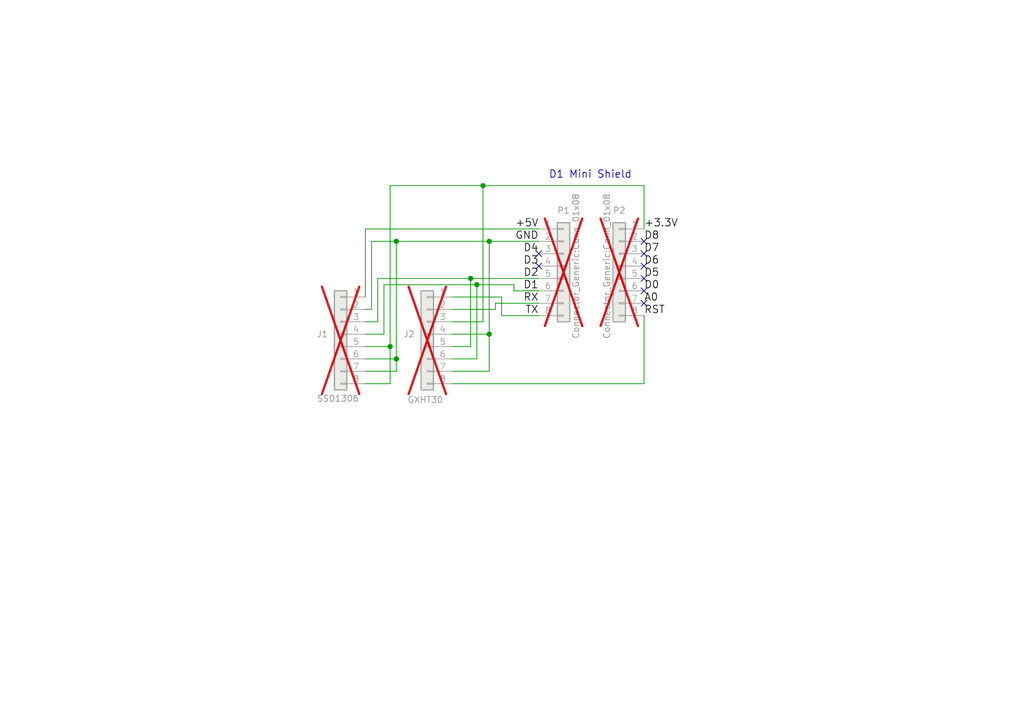
<source format=kicad_sch>
(kicad_sch (version 20250114) (generator "eeschema") (generator_version "9.0")
  (paper "A5")
  (title_block (title "TemperatureDisplay") (date "2025-03-26") (rev "1.0") (company "Devcorner.nl"))
  (lib_symbols
    (symbol "Conn_01x08_1" (pin_names (offset 1.016) (hide yes))
      (property "Reference" "J" (at 0 10.16 0))
      (property "Value" "Conn_01x08" (at 0 -12.7 0))
      (symbol "Conn_01x08_1_1_1"
        (rectangle (start -1.27 8.89) (end 1.27 -11.43) (stroke (width 0.254)) (fill (type background)))
        (rectangle (start -1.27 7.747) (end 0 7.493) (stroke (width 0.1524)))
        (rectangle (start -1.27 5.207) (end 0 4.953) (stroke (width 0.1524)))
        (rectangle (start -1.27 2.667) (end 0 2.413) (stroke (width 0.1524)))
        (rectangle (start -1.27 0.127) (end 0 -0.127) (stroke (width 0.1524)))
        (rectangle (start -1.27 -2.413) (end 0 -2.667) (stroke (width 0.1524)))
        (rectangle (start -1.27 -4.953) (end 0 -5.207) (stroke (width 0.1524)))
        (rectangle (start -1.27 -7.493) (end 0 -7.747) (stroke (width 0.1524)))
        (rectangle (start -1.27 -10.033) (end 0 -10.287) (stroke (width 0.1524)))
        (pin passive line (at -5.08 7.62 0) (length 3.81) (name "Pin_1") (number "1"))
        (pin passive line (at -5.08 5.08 0) (length 3.81) (name "Pin_2") (number "2"))
        (pin passive line (at -5.08 2.54 0) (length 3.81) (name "Pin_3") (number "3"))
        (pin passive line (at -5.08 0 0) (length 3.81) (name "Pin_4") (number "4"))
        (pin passive line (at -5.08 -2.54 0) (length 3.81) (name "Pin_5") (number "5"))
        (pin passive line (at -5.08 -5.08 0) (length 3.81) (name "Pin_6") (number "6"))
        (pin passive line (at -5.08 -7.62 0) (length 3.81) (name "Pin_7") (number "7"))
        (pin passive line (at -5.08 -10.16 0) (length 3.81) (name "Pin_8") (number "8"))
      )
    )
    (symbol "Conn_01x08_2" (pin_names (offset 1.016) (hide yes))
      (property "Reference" "J" (at 0 10.16 0))
      (property "Value" "Conn_01x08" (at 0 -12.7 0))
      (symbol "Conn_01x08_2_1_1"
        (rectangle (start -1.27 8.89) (end 1.27 -11.43) (stroke (width 0.254)) (fill (type background)))
        (rectangle (start -1.27 7.747) (end 0 7.493) (stroke (width 0.1524)))
        (rectangle (start -1.27 5.207) (end 0 4.953) (stroke (width 0.1524)))
        (rectangle (start -1.27 2.667) (end 0 2.413) (stroke (width 0.1524)))
        (rectangle (start -1.27 0.127) (end 0 -0.127) (stroke (width 0.1524)))
        (rectangle (start -1.27 -2.413) (end 0 -2.667) (stroke (width 0.1524)))
        (rectangle (start -1.27 -4.953) (end 0 -5.207) (stroke (width 0.1524)))
        (rectangle (start -1.27 -7.493) (end 0 -7.747) (stroke (width 0.1524)))
        (rectangle (start -1.27 -10.033) (end 0 -10.287) (stroke (width 0.1524)))
        (pin passive line (at -5.08 7.62 0) (length 3.81) (name "Pin_1") (number "1"))
        (pin passive line (at -5.08 5.08 0) (length 3.81) (name "Pin_2") (number "2"))
        (pin passive line (at -5.08 2.54 0) (length 3.81) (name "Pin_3") (number "3"))
        (pin passive line (at -5.08 0 0) (length 3.81) (name "Pin_4") (number "4"))
        (pin passive line (at -5.08 -2.54 0) (length 3.81) (name "Pin_5") (number "5"))
        (pin passive line (at -5.08 -5.08 0) (length 3.81) (name "Pin_6") (number "6"))
        (pin passive line (at -5.08 -7.62 0) (length 3.81) (name "Pin_7") (number "7"))
        (pin passive line (at -5.08 -10.16 0) (length 3.81) (name "Pin_8") (number "8"))
      )
    )
  )
  (text "D1 Mini Shield" (at 112.522 36.83 0) (effects (font (size 1.524 1.524)) (justify left bottom)))
  (junction (at 100.33 68.58))
  (junction (at 96.52 57.15))
  (junction (at 99.06 38.1))
  (junction (at 81.28 49.53))
  (junction (at 100.33 49.53))
  (junction (at 80.01 71.12))
  (junction (at 81.28 73.66))
  (junction (at 97.79 58.42))
  (no_connect (at 132.08 49.53))
  (no_connect (at 132.08 57.15))
  (no_connect (at 110.49 54.61))
  (no_connect (at 132.08 59.69))
  (no_connect (at 132.08 62.23))
  (no_connect (at 132.08 54.61))
  (no_connect (at 110.49 52.07))
  (no_connect (at 132.08 52.07))
  (wire (pts (xy 110.49 46.99) (xy 74.93 46.99)))
  (wire (pts (xy 92.71 68.58) (xy 100.33 68.58)))
  (wire (pts (xy 102.87 60.96) (xy 102.87 64.77)))
  (wire (pts (xy 99.06 66.04) (xy 99.06 38.1)))
  (wire (pts (xy 74.93 73.66) (xy 81.28 73.66)))
  (wire (pts (xy 96.52 57.15) (xy 96.52 71.12)))
  (wire (pts (xy 81.28 73.66) (xy 81.28 49.53)))
  (wire (pts (xy 132.08 78.74) (xy 92.71 78.74)))
  (wire (pts (xy 132.08 38.1) (xy 99.06 38.1)))
  (wire (pts (xy 80.01 71.12) (xy 80.01 78.74)))
  (wire (pts (xy 92.71 76.2) (xy 100.33 76.2)))
  (wire (pts (xy 92.71 63.5) (xy 101.6 63.5)))
  (wire (pts (xy 100.33 49.53) (xy 81.28 49.53)))
  (wire (pts (xy 92.71 66.04) (xy 99.06 66.04)))
  (wire (pts (xy 132.08 64.77) (xy 132.08 78.74)))
  (wire (pts (xy 99.06 38.1) (xy 80.01 38.1)))
  (wire (pts (xy 81.28 49.53) (xy 76.2 49.53)))
  (wire (pts (xy 92.71 60.96) (xy 102.87 60.96)))
  (wire (pts (xy 110.49 57.15) (xy 96.52 57.15)))
  (wire (pts (xy 105.41 59.69) (xy 105.41 58.42)))
  (wire (pts (xy 100.33 76.2) (xy 100.33 68.58)))
  (wire (pts (xy 80.01 78.74) (xy 74.93 78.74)))
  (wire (pts (xy 110.49 59.69) (xy 105.41 59.69)))
  (wire (pts (xy 97.79 58.42) (xy 78.74 58.42)))
  (wire (pts (xy 76.2 49.53) (xy 76.2 63.5)))
  (wire (pts (xy 77.47 57.15) (xy 77.47 66.04)))
  (wire (pts (xy 97.79 58.42) (xy 97.79 73.66)))
  (wire (pts (xy 92.71 73.66) (xy 97.79 73.66)))
  (wire (pts (xy 110.49 49.53) (xy 100.33 49.53)))
  (wire (pts (xy 100.33 68.58) (xy 100.33 49.53)))
  (wire (pts (xy 80.01 38.1) (xy 80.01 71.12)))
  (wire (pts (xy 74.93 66.04) (xy 77.47 66.04)))
  (wire (pts (xy 81.28 76.2) (xy 81.28 73.66)))
  (wire (pts (xy 78.74 58.42) (xy 78.74 68.58)))
  (wire (pts (xy 74.93 46.99) (xy 74.93 60.96)))
  (wire (pts (xy 74.93 76.2) (xy 81.28 76.2)))
  (wire (pts (xy 102.87 64.77) (xy 110.49 64.77)))
  (wire (pts (xy 96.52 57.15) (xy 77.47 57.15)))
  (wire (pts (xy 92.71 71.12) (xy 96.52 71.12)))
  (wire (pts (xy 101.6 62.23) (xy 101.6 63.5)))
  (wire (pts (xy 132.08 46.99) (xy 132.08 38.1)))
  (wire (pts (xy 76.2 63.5) (xy 74.93 63.5)))
  (wire (pts (xy 110.49 62.23) (xy 101.6 62.23)))
  (wire (pts (xy 78.74 68.58) (xy 74.93 68.58)))
  (wire (pts (xy 105.41 58.42) (xy 97.79 58.42)))
  (wire (pts (xy 80.01 71.12) (xy 74.93 71.12)))
  (label "D1" (at 110.49 59.69 180) (effects (font (size 1.524 1.524))))
  (label "+3.3V" (at 132.08 46.99 0) (effects (font (size 1.524 1.524))))
  (label "D3" (at 110.49 54.61 180) (effects (font (size 1.524 1.524))))
  (label "D0" (at 132.08 59.69 0) (effects (font (size 1.524 1.524))))
  (label "D8" (at 132.08 49.53 0) (effects (font (size 1.524 1.524))))
  (label "D5" (at 132.08 57.15 0) (effects (font (size 1.524 1.524))))
  (label "GND" (at 110.49 49.53 180) (effects (font (size 1.524 1.524))))
  (label "A0" (at 132.08 62.23 0) (effects (font (size 1.524 1.524))))
  (label "D2" (at 110.49 57.15 180) (effects (font (size 1.524 1.524))))
  (label "D6" (at 132.08 54.61 0) (effects (font (size 1.524 1.524))))
  (label "+5V" (at 110.49 46.99 180) (effects (font (size 1.524 1.524))))
  (label "TX" (at 110.49 64.77 180) (effects (font (size 1.524 1.524))))
  (label "RST" (at 132.08 64.77 0) (effects (font (size 1.524 1.524))))
  (label "D7" (at 132.08 52.07 0) (effects (font (size 1.524 1.524))))
  (label "RX" (at 110.49 62.23 180) (effects (font (size 1.524 1.524))))
  (label "D4" (at 110.49 52.07 180) (effects (font (size 1.524 1.524))))
  (symbol (lib_name "Conn_01x08_1") (lib_id "Connector_Generic:Conn_01x08") (at 115.57 54.61 0) (unit 1) (dnp yes)
    (property "Reference" "P1" (at 115.57 43.18 0))
    (property "Value" "Connector_Generic:Conn_01x08" (at 118.11 54.61 90))
    (property "Footprint" "Connector_PinHeader_2.54mm:PinHeader_1x08_P2.54mm_Vertical" (effects (hide yes)))
    (property "Datasheet" "~" (at 115.57 54.61 0))
    (property "Description" "Generic connector, single row, 01x08, script generated (kicad-library-utils/schlib/autogen/connector/)" (effects (hide yes)))
  )
  (symbol (lib_name "Conn_01x08_2") (lib_id "Connector_Generic:Conn_01x08") (at 87.63 68.58 0) (mirror y) (unit 1) (dnp yes)
    (property "Reference" "J2" (at 85.09 68.5799 0) (effects (justify left)))
    (property "Value" "GXHT30" (at 90.932 82.042 0) (effects (justify left)))
    (property "Footprint" "Connector_PinHeader_2.54mm:PinHeader_1x08_P2.54mm_Vertical" (effects (hide yes)))
    (property "Description" "Generic connector, single row, 01x08, script generated (kicad-library-utils/schlib/autogen/connector/)" (effects (hide yes)))
  )
  (symbol (lib_name "Conn_01x08_1") (lib_id "Connector_Generic:Conn_01x08") (at 127 54.61 0) (mirror y) (unit 1) (dnp yes)
    (property "Reference" "P2" (at 127 43.18 0))
    (property "Value" "Connector_Generic:Conn_01x08" (at 124.46 54.61 90))
    (property "Footprint" "Connector_PinHeader_2.54mm:PinHeader_1x08_P2.54mm_Vertical" (effects (hide yes)))
    (property "Datasheet" "~" (at 127 54.61 0))
    (property "Description" "Generic connector, single row, 01x08, script generated (kicad-library-utils/schlib/autogen/connector/)" (effects (hide yes)))
  )
  (symbol (lib_name "Conn_01x08_2") (lib_id "Connector_Generic:Conn_01x08") (at 69.85 68.58 0) (mirror y) (unit 1) (dnp yes)
    (property "Reference" "J1" (at 67.31 68.5799 0) (effects (justify left)))
    (property "Value" "SSD1306" (at 73.66 81.788 0) (effects (justify left)))
    (property "Footprint" "Connector_PinHeader_2.54mm:PinHeader_1x08_P2.54mm_Vertical" (effects (hide yes)))
    (property "Description" "Generic connector, single row, 01x08, script generated (kicad-library-utils/schlib/autogen/connector/)" (effects (hide yes)))
  )
)
</source>
